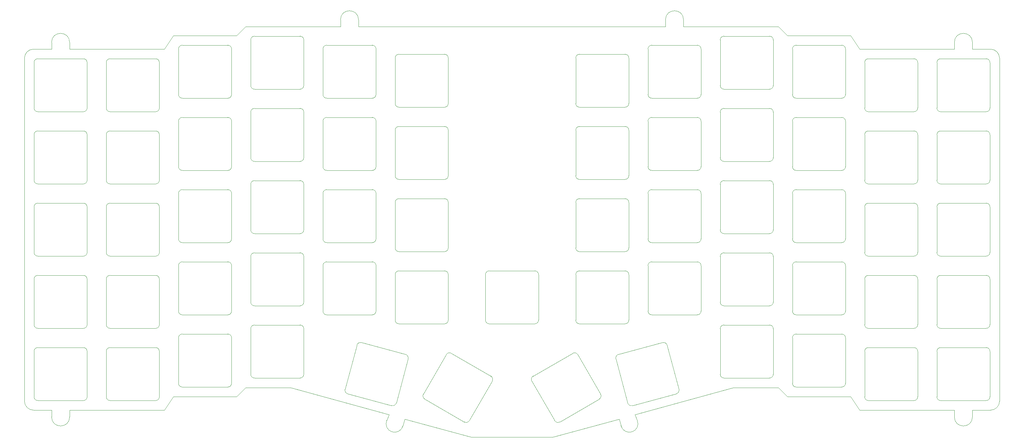
<source format=gbr>
G04 #@! TF.GenerationSoftware,KiCad,Pcbnew,(5.1.4-0)*
G04 #@! TF.CreationDate,2021-10-13T07:08:27-05:00*
G04 #@! TF.ProjectId,niko_top_plate,6e696b6f-5f74-46f7-905f-706c6174652e,rev?*
G04 #@! TF.SameCoordinates,Original*
G04 #@! TF.FileFunction,Profile,NP*
%FSLAX46Y46*%
G04 Gerber Fmt 4.6, Leading zero omitted, Abs format (unit mm)*
G04 Created by KiCad (PCBNEW (5.1.4-0)) date 2021-10-13 07:08:27*
%MOMM*%
%LPD*%
G04 APERTURE LIST*
%ADD10C,0.050000*%
G04 APERTURE END LIST*
D10*
X66676284Y-176212816D02*
G75*
G02X64295032Y-173831564I0J2381252D01*
G01*
X64295032Y-83343988D02*
G75*
G02X66676284Y-80962736I2381252J0D01*
G01*
X319088996Y-80962736D02*
G75*
G02X321470248Y-83343988I0J-2381252D01*
G01*
X321470248Y-173831564D02*
G75*
G02X319088996Y-176212816I-2381252J0D01*
G01*
X164125944Y-180334286D02*
G75*
G02X159843157Y-178891521I-2199196J549798D01*
G01*
X159843156Y-178891520D02*
X160438468Y-177403240D01*
X164125944Y-180334286D02*
X164605652Y-178593864D01*
X225326618Y-177403900D02*
X251221766Y-170259484D01*
X221639958Y-180334274D02*
G75*
G03X225922745Y-178891509I2199196J549798D01*
G01*
X221639958Y-180334274D02*
X221160250Y-178593852D01*
X225922746Y-178891508D02*
X225327434Y-177403228D01*
X203596566Y-183356414D02*
X221159434Y-178594524D01*
X164605652Y-178593864D02*
X182166390Y-183357020D01*
X76200320Y-176212816D02*
X101203550Y-176213240D01*
X66676284Y-176212816D02*
X71438788Y-176212816D01*
X71437800Y-177999187D02*
X71438788Y-176212816D01*
X76200320Y-177999187D02*
G75*
G02X71437800Y-177999187I-2381260J0D01*
G01*
X76200320Y-177999187D02*
X76200320Y-176212816D01*
X134541190Y-170260090D02*
X122634890Y-170260090D01*
X203597730Y-183357020D02*
X182166390Y-183357020D01*
X263129230Y-170260090D02*
X251221766Y-170259484D01*
X309563800Y-176213240D02*
X284560570Y-176213240D01*
X319088996Y-176212816D02*
X314326320Y-176212816D01*
X309563800Y-177998755D02*
X309563800Y-176213240D01*
X314326320Y-177998755D02*
G75*
G02X309563800Y-177998755I-2381260J0D01*
G01*
X314326320Y-177998755D02*
X314326320Y-176212816D01*
X263129230Y-75009690D02*
X238126428Y-75009606D01*
X309563800Y-80962736D02*
X284560570Y-80962840D01*
X319088996Y-80962736D02*
X314326320Y-80962736D01*
X314326320Y-79176793D02*
X314326320Y-80962736D01*
X309563800Y-79176893D02*
G75*
G02X314326320Y-79176893I2381260J0D01*
G01*
X309563800Y-79176797D02*
X309563800Y-80962736D01*
X238126000Y-73223743D02*
X238126428Y-75009606D01*
X233363480Y-73223743D02*
G75*
G02X238126000Y-73223743I2381260J0D01*
G01*
X233363480Y-73223743D02*
X233363480Y-75009606D01*
X152400640Y-75009606D02*
X233363480Y-75009606D01*
X122634890Y-75009690D02*
X147638120Y-75009606D01*
X76201292Y-80962736D02*
X101203550Y-80962840D01*
X66676284Y-80962840D02*
X71438788Y-80962736D01*
X76200320Y-79176893D02*
X76201292Y-80962736D01*
X71437800Y-79176893D02*
G75*
G02X76200320Y-79176893I2381260J0D01*
G01*
X71437800Y-79176893D02*
X71438788Y-80962736D01*
X147638120Y-73223743D02*
X147638120Y-75009606D01*
X152400640Y-73223743D02*
X152400640Y-75009606D01*
X147638120Y-73223743D02*
G75*
G02X152400640Y-73223743I2381260J0D01*
G01*
X103584810Y-77390950D02*
X101203550Y-80962840D01*
X120253630Y-77390950D02*
X103584810Y-77390950D01*
X122634890Y-75009690D02*
X120253630Y-77390950D01*
X265510490Y-77390950D02*
X263129230Y-75009690D01*
X282179310Y-77390950D02*
X265510490Y-77390950D01*
X284560570Y-80962840D02*
X282179310Y-77390950D01*
X321470248Y-173831564D02*
X321470100Y-83343988D01*
X282179310Y-172641350D02*
X284560570Y-176213240D01*
X265510490Y-172641350D02*
X282179310Y-172641350D01*
X263129230Y-170260090D02*
X265510490Y-172641350D01*
X134541190Y-170260090D02*
X160438468Y-177403240D01*
X120253630Y-172641350D02*
X122634890Y-170260090D01*
X103584810Y-172641350D02*
X120253630Y-172641350D01*
X101203550Y-176213240D02*
X103584810Y-172641350D01*
X64295032Y-83343988D02*
X64295032Y-173831564D01*
X185882785Y-140447085D02*
G75*
G02X186882785Y-139447085I1000000J0D01*
G01*
X199882785Y-152447085D02*
G75*
G02X198882785Y-153447085I-1000000J0D01*
G01*
X198882785Y-139447085D02*
G75*
G02X199882785Y-140447085I0J-1000000D01*
G01*
X186882785Y-153447085D02*
G75*
G02X185882785Y-152447085I0J1000000D01*
G01*
X186882785Y-153447085D02*
X198882785Y-153447085D01*
X199882785Y-140447085D02*
X199882785Y-152447085D01*
X186882785Y-139447085D02*
X198882785Y-139447085D01*
X185882785Y-152447085D02*
X185882785Y-140447085D01*
X304945060Y-84487880D02*
G75*
G02X305945060Y-83487880I1000000J0D01*
G01*
X318945060Y-96487880D02*
G75*
G02X317945060Y-97487880I-1000000J0D01*
G01*
X317945060Y-83487880D02*
G75*
G02X318945060Y-84487880I0J-1000000D01*
G01*
X305945060Y-97487880D02*
G75*
G02X304945060Y-96487880I0J1000000D01*
G01*
X305945060Y-97487880D02*
X317945060Y-97487880D01*
X318945060Y-84487880D02*
X318945060Y-96487880D01*
X305945060Y-83487880D02*
X317945060Y-83487880D01*
X304945060Y-96487880D02*
X304945060Y-84487880D01*
X285894980Y-84487880D02*
G75*
G02X286894980Y-83487880I1000000J0D01*
G01*
X299894980Y-96487880D02*
G75*
G02X298894980Y-97487880I-1000000J0D01*
G01*
X298894980Y-83487880D02*
G75*
G02X299894980Y-84487880I0J-1000000D01*
G01*
X286894980Y-97487880D02*
G75*
G02X285894980Y-96487880I0J1000000D01*
G01*
X286894980Y-97487880D02*
X298894980Y-97487880D01*
X299894980Y-84487880D02*
X299894980Y-96487880D01*
X286894980Y-83487880D02*
X298894980Y-83487880D01*
X285894980Y-96487880D02*
X285894980Y-84487880D01*
X266844900Y-80915990D02*
G75*
G02X267844900Y-79915990I1000000J0D01*
G01*
X280844900Y-92915990D02*
G75*
G02X279844900Y-93915990I-1000000J0D01*
G01*
X279844900Y-79915990D02*
G75*
G02X280844900Y-80915990I0J-1000000D01*
G01*
X267844900Y-93915990D02*
G75*
G02X266844900Y-92915990I0J1000000D01*
G01*
X267844900Y-93915990D02*
X279844900Y-93915990D01*
X280844900Y-80915990D02*
X280844900Y-92915990D01*
X267844900Y-79915990D02*
X279844900Y-79915990D01*
X266844900Y-92915990D02*
X266844900Y-80915990D01*
X247794820Y-78534730D02*
G75*
G02X248794820Y-77534730I1000000J0D01*
G01*
X261794820Y-90534730D02*
G75*
G02X260794820Y-91534730I-1000000J0D01*
G01*
X260794820Y-77534730D02*
G75*
G02X261794820Y-78534730I0J-1000000D01*
G01*
X248794820Y-91534730D02*
G75*
G02X247794820Y-90534730I0J1000000D01*
G01*
X248794820Y-91534730D02*
X260794820Y-91534730D01*
X261794820Y-78534730D02*
X261794820Y-90534730D01*
X248794820Y-77534730D02*
X260794820Y-77534730D01*
X247794820Y-90534730D02*
X247794820Y-78534730D01*
X228744740Y-80915990D02*
G75*
G02X229744740Y-79915990I1000000J0D01*
G01*
X242744740Y-92915990D02*
G75*
G02X241744740Y-93915990I-1000000J0D01*
G01*
X241744740Y-79915990D02*
G75*
G02X242744740Y-80915990I0J-1000000D01*
G01*
X229744740Y-93915990D02*
G75*
G02X228744740Y-92915990I0J1000000D01*
G01*
X229744740Y-93915990D02*
X241744740Y-93915990D01*
X242744740Y-80915990D02*
X242744740Y-92915990D01*
X229744740Y-79915990D02*
X241744740Y-79915990D01*
X228744740Y-92915990D02*
X228744740Y-80915990D01*
X209694660Y-83297250D02*
G75*
G02X210694660Y-82297250I1000000J0D01*
G01*
X223694660Y-95297250D02*
G75*
G02X222694660Y-96297250I-1000000J0D01*
G01*
X222694660Y-82297250D02*
G75*
G02X223694660Y-83297250I0J-1000000D01*
G01*
X210694660Y-96297250D02*
G75*
G02X209694660Y-95297250I0J1000000D01*
G01*
X210694660Y-96297250D02*
X222694660Y-96297250D01*
X223694660Y-83297250D02*
X223694660Y-95297250D01*
X210694660Y-82297250D02*
X222694660Y-82297250D01*
X209694660Y-95297250D02*
X209694660Y-83297250D01*
X162069460Y-83297250D02*
G75*
G02X163069460Y-82297250I1000000J0D01*
G01*
X176069460Y-95297250D02*
G75*
G02X175069460Y-96297250I-1000000J0D01*
G01*
X175069460Y-82297250D02*
G75*
G02X176069460Y-83297250I0J-1000000D01*
G01*
X163069460Y-96297250D02*
G75*
G02X162069460Y-95297250I0J1000000D01*
G01*
X163069460Y-96297250D02*
X175069460Y-96297250D01*
X176069460Y-83297250D02*
X176069460Y-95297250D01*
X163069460Y-82297250D02*
X175069460Y-82297250D01*
X162069460Y-95297250D02*
X162069460Y-83297250D01*
X143019380Y-80915990D02*
G75*
G02X144019380Y-79915990I1000000J0D01*
G01*
X157019380Y-92915990D02*
G75*
G02X156019380Y-93915990I-1000000J0D01*
G01*
X156019380Y-79915990D02*
G75*
G02X157019380Y-80915990I0J-1000000D01*
G01*
X144019380Y-93915990D02*
G75*
G02X143019380Y-92915990I0J1000000D01*
G01*
X144019380Y-93915990D02*
X156019380Y-93915990D01*
X157019380Y-80915990D02*
X157019380Y-92915990D01*
X144019380Y-79915990D02*
X156019380Y-79915990D01*
X143019380Y-92915990D02*
X143019380Y-80915990D01*
X123969300Y-78534730D02*
G75*
G02X124969300Y-77534730I1000000J0D01*
G01*
X137969300Y-90534730D02*
G75*
G02X136969300Y-91534730I-1000000J0D01*
G01*
X136969300Y-77534730D02*
G75*
G02X137969300Y-78534730I0J-1000000D01*
G01*
X124969300Y-91534730D02*
G75*
G02X123969300Y-90534730I0J1000000D01*
G01*
X124969300Y-91534730D02*
X136969300Y-91534730D01*
X137969300Y-78534730D02*
X137969300Y-90534730D01*
X124969300Y-77534730D02*
X136969300Y-77534730D01*
X123969300Y-90534730D02*
X123969300Y-78534730D01*
X104919220Y-80915990D02*
G75*
G02X105919220Y-79915990I1000000J0D01*
G01*
X118919220Y-92915990D02*
G75*
G02X117919220Y-93915990I-1000000J0D01*
G01*
X117919220Y-79915990D02*
G75*
G02X118919220Y-80915990I0J-1000000D01*
G01*
X105919220Y-93915990D02*
G75*
G02X104919220Y-92915990I0J1000000D01*
G01*
X105919220Y-93915990D02*
X117919220Y-93915990D01*
X118919220Y-80915990D02*
X118919220Y-92915990D01*
X105919220Y-79915990D02*
X117919220Y-79915990D01*
X104919220Y-92915990D02*
X104919220Y-80915990D01*
X85869140Y-84487880D02*
G75*
G02X86869140Y-83487880I1000000J0D01*
G01*
X99869140Y-96487880D02*
G75*
G02X98869140Y-97487880I-1000000J0D01*
G01*
X98869140Y-83487880D02*
G75*
G02X99869140Y-84487880I0J-1000000D01*
G01*
X86869140Y-97487880D02*
G75*
G02X85869140Y-96487880I0J1000000D01*
G01*
X86869140Y-97487880D02*
X98869140Y-97487880D01*
X99869140Y-84487880D02*
X99869140Y-96487880D01*
X86869140Y-83487880D02*
X98869140Y-83487880D01*
X85869140Y-96487880D02*
X85869140Y-84487880D01*
X66819060Y-84487880D02*
G75*
G02X67819060Y-83487880I1000000J0D01*
G01*
X80819060Y-96487880D02*
G75*
G02X79819060Y-97487880I-1000000J0D01*
G01*
X79819060Y-83487880D02*
G75*
G02X80819060Y-84487880I0J-1000000D01*
G01*
X67819060Y-97487880D02*
G75*
G02X66819060Y-96487880I0J1000000D01*
G01*
X67819060Y-97487880D02*
X79819060Y-97487880D01*
X80819060Y-84487880D02*
X80819060Y-96487880D01*
X67819060Y-83487880D02*
X79819060Y-83487880D01*
X66819060Y-96487880D02*
X66819060Y-84487880D01*
X248794820Y-167735050D02*
X260794820Y-167735050D01*
X261794820Y-154735050D02*
X261794820Y-166735050D01*
X248794820Y-153735050D02*
X260794820Y-153735050D01*
X247794820Y-166735050D02*
X247794820Y-154735050D01*
X247794820Y-154735050D02*
G75*
G02X248794820Y-153735050I1000000J0D01*
G01*
X261794820Y-166735050D02*
G75*
G02X260794820Y-167735050I-1000000J0D01*
G01*
X260794820Y-153735050D02*
G75*
G02X261794820Y-154735050I0J-1000000D01*
G01*
X248794820Y-167735050D02*
G75*
G02X247794820Y-166735050I0J1000000D01*
G01*
X67819060Y-116537960D02*
X79819060Y-116537960D01*
X80819060Y-103537960D02*
X80819060Y-115537960D01*
X67819060Y-102537960D02*
X79819060Y-102537960D01*
X66819060Y-115537960D02*
X66819060Y-103537960D01*
X66819060Y-103537960D02*
G75*
G02X67819060Y-102537960I1000000J0D01*
G01*
X80819060Y-115537960D02*
G75*
G02X79819060Y-116537960I-1000000J0D01*
G01*
X79819060Y-102537960D02*
G75*
G02X80819060Y-103537960I0J-1000000D01*
G01*
X67819060Y-116537960D02*
G75*
G02X66819060Y-115537960I0J1000000D01*
G01*
X305945060Y-173688200D02*
X317945060Y-173688200D01*
X318945060Y-160688200D02*
X318945060Y-172688200D01*
X305945060Y-159688200D02*
X317945060Y-159688200D01*
X304945060Y-172688200D02*
X304945060Y-160688200D01*
X304945060Y-160688200D02*
G75*
G02X305945060Y-159688200I1000000J0D01*
G01*
X318945060Y-172688200D02*
G75*
G02X317945060Y-173688200I-1000000J0D01*
G01*
X317945060Y-159688200D02*
G75*
G02X318945060Y-160688200I0J-1000000D01*
G01*
X305945060Y-173688200D02*
G75*
G02X304945060Y-172688200I0J1000000D01*
G01*
X286894980Y-173691500D02*
X298894980Y-173691500D01*
X299894980Y-160691500D02*
X299894980Y-172691500D01*
X286894980Y-159691500D02*
X298894980Y-159691500D01*
X285894980Y-172691500D02*
X285894980Y-160691500D01*
X285894980Y-160691500D02*
G75*
G02X286894980Y-159691500I1000000J0D01*
G01*
X299894980Y-172691500D02*
G75*
G02X298894980Y-173691500I-1000000J0D01*
G01*
X298894980Y-159691500D02*
G75*
G02X299894980Y-160691500I0J-1000000D01*
G01*
X286894980Y-173691500D02*
G75*
G02X285894980Y-172691500I0J1000000D01*
G01*
X267844900Y-170116310D02*
X279844900Y-170116310D01*
X280844900Y-157116310D02*
X280844900Y-169116310D01*
X267844900Y-156116310D02*
X279844900Y-156116310D01*
X266844900Y-169116310D02*
X266844900Y-157116310D01*
X266844900Y-157116310D02*
G75*
G02X267844900Y-156116310I1000000J0D01*
G01*
X280844900Y-169116310D02*
G75*
G02X279844900Y-170116310I-1000000J0D01*
G01*
X279844900Y-156116310D02*
G75*
G02X280844900Y-157116310I0J-1000000D01*
G01*
X267844900Y-170116310D02*
G75*
G02X266844900Y-169116310I0J1000000D01*
G01*
X232584782Y-158373805D02*
X220993672Y-161479633D01*
X223392393Y-174295488D02*
X220286565Y-162704378D01*
X236208248Y-171896767D02*
X224617138Y-175002595D01*
X233809527Y-159080912D02*
X236915355Y-170672022D01*
X236915355Y-170672022D02*
G75*
G02X236208248Y-171896767I-965926J-258819D01*
G01*
X220286565Y-162704378D02*
G75*
G02X220993672Y-161479633I965926J258819D01*
G01*
X224617138Y-175002595D02*
G75*
G02X223392393Y-174295488I-258819J965926D01*
G01*
X232584782Y-158373805D02*
G75*
G02X233809527Y-159080912I258819J-965926D01*
G01*
X208865772Y-161197912D02*
X198473468Y-167197912D01*
X204107442Y-178956242D02*
X198107442Y-168563938D01*
X215865772Y-173322268D02*
X205473468Y-179322268D01*
X210231798Y-161563938D02*
X216231798Y-171956242D01*
X216231798Y-171956242D02*
G75*
G02X215865772Y-173322268I-866026J-500000D01*
G01*
X198107442Y-168563938D02*
G75*
G02X198473468Y-167197912I866026J500000D01*
G01*
X205473468Y-179322268D02*
G75*
G02X204107442Y-178956242I-500000J866026D01*
G01*
X208865772Y-161197912D02*
G75*
G02X210231798Y-161563938I500000J-866026D01*
G01*
X187290652Y-167197912D02*
X176898348Y-161197912D01*
X169532322Y-171956242D02*
X175532322Y-161563938D01*
X180290652Y-179322268D02*
X169898348Y-173322268D01*
X187656678Y-168563938D02*
X181656678Y-178956242D01*
X181656678Y-178956242D02*
G75*
G02X180290652Y-179322268I-866026J500000D01*
G01*
X175532322Y-161563938D02*
G75*
G02X176898348Y-161197912I866026J-500000D01*
G01*
X169898348Y-173322268D02*
G75*
G02X169532322Y-171956242I500000J866026D01*
G01*
X187290652Y-167197912D02*
G75*
G02X187656678Y-168563938I-500000J-866026D01*
G01*
X164770448Y-161479633D02*
X153179338Y-158373805D01*
X148848765Y-170672022D02*
X151954593Y-159080912D01*
X161146982Y-175002595D02*
X149555872Y-171896767D01*
X165477555Y-162704378D02*
X162371727Y-174295488D01*
X162371727Y-174295488D02*
G75*
G02X161146982Y-175002595I-965926J258819D01*
G01*
X151954593Y-159080912D02*
G75*
G02X153179338Y-158373805I965926J-258819D01*
G01*
X149555872Y-171896767D02*
G75*
G02X148848765Y-170672022I258819J965926D01*
G01*
X164770448Y-161479633D02*
G75*
G02X165477555Y-162704378I-258819J-965926D01*
G01*
X124969300Y-167735050D02*
X136969300Y-167735050D01*
X137969300Y-154735050D02*
X137969300Y-166735050D01*
X124969300Y-153735050D02*
X136969300Y-153735050D01*
X123969300Y-166735050D02*
X123969300Y-154735050D01*
X123969300Y-154735050D02*
G75*
G02X124969300Y-153735050I1000000J0D01*
G01*
X137969300Y-166735050D02*
G75*
G02X136969300Y-167735050I-1000000J0D01*
G01*
X136969300Y-153735050D02*
G75*
G02X137969300Y-154735050I0J-1000000D01*
G01*
X124969300Y-167735050D02*
G75*
G02X123969300Y-166735050I0J1000000D01*
G01*
X105919220Y-170116310D02*
X117919220Y-170116310D01*
X118919220Y-157116310D02*
X118919220Y-169116310D01*
X105919220Y-156116310D02*
X117919220Y-156116310D01*
X104919220Y-169116310D02*
X104919220Y-157116310D01*
X104919220Y-157116310D02*
G75*
G02X105919220Y-156116310I1000000J0D01*
G01*
X118919220Y-169116310D02*
G75*
G02X117919220Y-170116310I-1000000J0D01*
G01*
X117919220Y-156116310D02*
G75*
G02X118919220Y-157116310I0J-1000000D01*
G01*
X105919220Y-170116310D02*
G75*
G02X104919220Y-169116310I0J1000000D01*
G01*
X86869140Y-173688200D02*
X98869140Y-173688200D01*
X99869140Y-160688200D02*
X99869140Y-172688200D01*
X86869140Y-159688200D02*
X98869140Y-159688200D01*
X85869140Y-172688200D02*
X85869140Y-160688200D01*
X85869140Y-160688200D02*
G75*
G02X86869140Y-159688200I1000000J0D01*
G01*
X99869140Y-172688200D02*
G75*
G02X98869140Y-173688200I-1000000J0D01*
G01*
X98869140Y-159688200D02*
G75*
G02X99869140Y-160688200I0J-1000000D01*
G01*
X86869140Y-173688200D02*
G75*
G02X85869140Y-172688200I0J1000000D01*
G01*
X67819060Y-173688200D02*
X79819060Y-173688200D01*
X80819060Y-160688200D02*
X80819060Y-172688200D01*
X67819060Y-159688200D02*
X79819060Y-159688200D01*
X66819060Y-172688200D02*
X66819060Y-160688200D01*
X66819060Y-160688200D02*
G75*
G02X67819060Y-159688200I1000000J0D01*
G01*
X80819060Y-172688200D02*
G75*
G02X79819060Y-173688200I-1000000J0D01*
G01*
X79819060Y-159688200D02*
G75*
G02X80819060Y-160688200I0J-1000000D01*
G01*
X67819060Y-173688200D02*
G75*
G02X66819060Y-172688200I0J1000000D01*
G01*
X305945060Y-154638120D02*
X317945060Y-154638120D01*
X318945060Y-141638120D02*
X318945060Y-153638120D01*
X305945060Y-140638120D02*
X317945060Y-140638120D01*
X304945060Y-153638120D02*
X304945060Y-141638120D01*
X304945060Y-141638120D02*
G75*
G02X305945060Y-140638120I1000000J0D01*
G01*
X318945060Y-153638120D02*
G75*
G02X317945060Y-154638120I-1000000J0D01*
G01*
X317945060Y-140638120D02*
G75*
G02X318945060Y-141638120I0J-1000000D01*
G01*
X305945060Y-154638120D02*
G75*
G02X304945060Y-153638120I0J1000000D01*
G01*
X286894980Y-154638120D02*
X298894980Y-154638120D01*
X299894980Y-141638120D02*
X299894980Y-153638120D01*
X286894980Y-140638120D02*
X298894980Y-140638120D01*
X285894980Y-153638120D02*
X285894980Y-141638120D01*
X285894980Y-141638120D02*
G75*
G02X286894980Y-140638120I1000000J0D01*
G01*
X299894980Y-153638120D02*
G75*
G02X298894980Y-154638120I-1000000J0D01*
G01*
X298894980Y-140638120D02*
G75*
G02X299894980Y-141638120I0J-1000000D01*
G01*
X286894980Y-154638120D02*
G75*
G02X285894980Y-153638120I0J1000000D01*
G01*
X267844900Y-151066230D02*
X279844900Y-151066230D01*
X280844900Y-138066230D02*
X280844900Y-150066230D01*
X267844900Y-137066230D02*
X279844900Y-137066230D01*
X266844900Y-150066230D02*
X266844900Y-138066230D01*
X266844900Y-138066230D02*
G75*
G02X267844900Y-137066230I1000000J0D01*
G01*
X280844900Y-150066230D02*
G75*
G02X279844900Y-151066230I-1000000J0D01*
G01*
X279844900Y-137066230D02*
G75*
G02X280844900Y-138066230I0J-1000000D01*
G01*
X267844900Y-151066230D02*
G75*
G02X266844900Y-150066230I0J1000000D01*
G01*
X248794820Y-148684970D02*
X260794820Y-148684970D01*
X261794820Y-135684970D02*
X261794820Y-147684970D01*
X248794820Y-134684970D02*
X260794820Y-134684970D01*
X247794820Y-147684970D02*
X247794820Y-135684970D01*
X247794820Y-135684970D02*
G75*
G02X248794820Y-134684970I1000000J0D01*
G01*
X261794820Y-147684970D02*
G75*
G02X260794820Y-148684970I-1000000J0D01*
G01*
X260794820Y-134684970D02*
G75*
G02X261794820Y-135684970I0J-1000000D01*
G01*
X248794820Y-148684970D02*
G75*
G02X247794820Y-147684970I0J1000000D01*
G01*
X229744740Y-151066230D02*
X241744740Y-151066230D01*
X242744740Y-138066230D02*
X242744740Y-150066230D01*
X229744740Y-137066230D02*
X241744740Y-137066230D01*
X228744740Y-150066230D02*
X228744740Y-138066230D01*
X228744740Y-138066230D02*
G75*
G02X229744740Y-137066230I1000000J0D01*
G01*
X242744740Y-150066230D02*
G75*
G02X241744740Y-151066230I-1000000J0D01*
G01*
X241744740Y-137066230D02*
G75*
G02X242744740Y-138066230I0J-1000000D01*
G01*
X229744740Y-151066230D02*
G75*
G02X228744740Y-150066230I0J1000000D01*
G01*
X210694660Y-153447490D02*
X222694660Y-153447490D01*
X223694660Y-140447490D02*
X223694660Y-152447490D01*
X210694660Y-139447490D02*
X222694660Y-139447490D01*
X209694660Y-152447490D02*
X209694660Y-140447490D01*
X209694660Y-140447490D02*
G75*
G02X210694660Y-139447490I1000000J0D01*
G01*
X223694660Y-152447490D02*
G75*
G02X222694660Y-153447490I-1000000J0D01*
G01*
X222694660Y-139447490D02*
G75*
G02X223694660Y-140447490I0J-1000000D01*
G01*
X210694660Y-153447490D02*
G75*
G02X209694660Y-152447490I0J1000000D01*
G01*
X163069460Y-153447490D02*
X175069460Y-153447490D01*
X176069460Y-140447490D02*
X176069460Y-152447490D01*
X163069460Y-139447490D02*
X175069460Y-139447490D01*
X162069460Y-152447490D02*
X162069460Y-140447490D01*
X162069460Y-140447490D02*
G75*
G02X163069460Y-139447490I1000000J0D01*
G01*
X176069460Y-152447490D02*
G75*
G02X175069460Y-153447490I-1000000J0D01*
G01*
X175069460Y-139447490D02*
G75*
G02X176069460Y-140447490I0J-1000000D01*
G01*
X163069460Y-153447490D02*
G75*
G02X162069460Y-152447490I0J1000000D01*
G01*
X144019380Y-151066230D02*
X156019380Y-151066230D01*
X157019380Y-138066230D02*
X157019380Y-150066230D01*
X144019380Y-137066230D02*
X156019380Y-137066230D01*
X143019380Y-150066230D02*
X143019380Y-138066230D01*
X143019380Y-138066230D02*
G75*
G02X144019380Y-137066230I1000000J0D01*
G01*
X157019380Y-150066230D02*
G75*
G02X156019380Y-151066230I-1000000J0D01*
G01*
X156019380Y-137066230D02*
G75*
G02X157019380Y-138066230I0J-1000000D01*
G01*
X144019380Y-151066230D02*
G75*
G02X143019380Y-150066230I0J1000000D01*
G01*
X124969300Y-148684970D02*
X136969300Y-148684970D01*
X137969300Y-135684970D02*
X137969300Y-147684970D01*
X124969300Y-134684970D02*
X136969300Y-134684970D01*
X123969300Y-147684970D02*
X123969300Y-135684970D01*
X123969300Y-135684970D02*
G75*
G02X124969300Y-134684970I1000000J0D01*
G01*
X137969300Y-147684970D02*
G75*
G02X136969300Y-148684970I-1000000J0D01*
G01*
X136969300Y-134684970D02*
G75*
G02X137969300Y-135684970I0J-1000000D01*
G01*
X124969300Y-148684970D02*
G75*
G02X123969300Y-147684970I0J1000000D01*
G01*
X105919220Y-151066230D02*
X117919220Y-151066230D01*
X118919220Y-138066230D02*
X118919220Y-150066230D01*
X105919220Y-137066230D02*
X117919220Y-137066230D01*
X104919220Y-150066230D02*
X104919220Y-138066230D01*
X104919220Y-138066230D02*
G75*
G02X105919220Y-137066230I1000000J0D01*
G01*
X118919220Y-150066230D02*
G75*
G02X117919220Y-151066230I-1000000J0D01*
G01*
X117919220Y-137066230D02*
G75*
G02X118919220Y-138066230I0J-1000000D01*
G01*
X105919220Y-151066230D02*
G75*
G02X104919220Y-150066230I0J1000000D01*
G01*
X86869140Y-154638120D02*
X98869140Y-154638120D01*
X99869140Y-141638120D02*
X99869140Y-153638120D01*
X86869140Y-140638120D02*
X98869140Y-140638120D01*
X85869140Y-153638120D02*
X85869140Y-141638120D01*
X85869140Y-141638120D02*
G75*
G02X86869140Y-140638120I1000000J0D01*
G01*
X99869140Y-153638120D02*
G75*
G02X98869140Y-154638120I-1000000J0D01*
G01*
X98869140Y-140638120D02*
G75*
G02X99869140Y-141638120I0J-1000000D01*
G01*
X86869140Y-154638120D02*
G75*
G02X85869140Y-153638120I0J1000000D01*
G01*
X67819060Y-154638120D02*
X79819060Y-154638120D01*
X80819060Y-141638120D02*
X80819060Y-153638120D01*
X67819060Y-140638120D02*
X79819060Y-140638120D01*
X66819060Y-153638120D02*
X66819060Y-141638120D01*
X66819060Y-141638120D02*
G75*
G02X67819060Y-140638120I1000000J0D01*
G01*
X80819060Y-153638120D02*
G75*
G02X79819060Y-154638120I-1000000J0D01*
G01*
X79819060Y-140638120D02*
G75*
G02X80819060Y-141638120I0J-1000000D01*
G01*
X67819060Y-154638120D02*
G75*
G02X66819060Y-153638120I0J1000000D01*
G01*
X305945060Y-135588040D02*
X317945060Y-135588040D01*
X318945060Y-122588040D02*
X318945060Y-134588040D01*
X305945060Y-121588040D02*
X317945060Y-121588040D01*
X304945060Y-134588040D02*
X304945060Y-122588040D01*
X304945060Y-122588040D02*
G75*
G02X305945060Y-121588040I1000000J0D01*
G01*
X318945060Y-134588040D02*
G75*
G02X317945060Y-135588040I-1000000J0D01*
G01*
X317945060Y-121588040D02*
G75*
G02X318945060Y-122588040I0J-1000000D01*
G01*
X305945060Y-135588040D02*
G75*
G02X304945060Y-134588040I0J1000000D01*
G01*
X286894980Y-135588040D02*
X298894980Y-135588040D01*
X299894980Y-122588040D02*
X299894980Y-134588040D01*
X286894980Y-121588040D02*
X298894980Y-121588040D01*
X285894980Y-134588040D02*
X285894980Y-122588040D01*
X285894980Y-122588040D02*
G75*
G02X286894980Y-121588040I1000000J0D01*
G01*
X299894980Y-134588040D02*
G75*
G02X298894980Y-135588040I-1000000J0D01*
G01*
X298894980Y-121588040D02*
G75*
G02X299894980Y-122588040I0J-1000000D01*
G01*
X286894980Y-135588040D02*
G75*
G02X285894980Y-134588040I0J1000000D01*
G01*
X267844900Y-132016150D02*
X279844900Y-132016150D01*
X280844900Y-119016150D02*
X280844900Y-131016150D01*
X267844900Y-118016150D02*
X279844900Y-118016150D01*
X266844900Y-131016150D02*
X266844900Y-119016150D01*
X266844900Y-119016150D02*
G75*
G02X267844900Y-118016150I1000000J0D01*
G01*
X280844900Y-131016150D02*
G75*
G02X279844900Y-132016150I-1000000J0D01*
G01*
X279844900Y-118016150D02*
G75*
G02X280844900Y-119016150I0J-1000000D01*
G01*
X267844900Y-132016150D02*
G75*
G02X266844900Y-131016150I0J1000000D01*
G01*
X248794820Y-129634890D02*
X260794820Y-129634890D01*
X261794820Y-116634890D02*
X261794820Y-128634890D01*
X248794820Y-115634890D02*
X260794820Y-115634890D01*
X247794820Y-128634890D02*
X247794820Y-116634890D01*
X247794820Y-116634890D02*
G75*
G02X248794820Y-115634890I1000000J0D01*
G01*
X261794820Y-128634890D02*
G75*
G02X260794820Y-129634890I-1000000J0D01*
G01*
X260794820Y-115634890D02*
G75*
G02X261794820Y-116634890I0J-1000000D01*
G01*
X248794820Y-129634890D02*
G75*
G02X247794820Y-128634890I0J1000000D01*
G01*
X229744740Y-132016150D02*
X241744740Y-132016150D01*
X242744740Y-119016150D02*
X242744740Y-131016150D01*
X229744740Y-118016150D02*
X241744740Y-118016150D01*
X228744740Y-131016150D02*
X228744740Y-119016150D01*
X228744740Y-119016150D02*
G75*
G02X229744740Y-118016150I1000000J0D01*
G01*
X242744740Y-131016150D02*
G75*
G02X241744740Y-132016150I-1000000J0D01*
G01*
X241744740Y-118016150D02*
G75*
G02X242744740Y-119016150I0J-1000000D01*
G01*
X229744740Y-132016150D02*
G75*
G02X228744740Y-131016150I0J1000000D01*
G01*
X210694660Y-134397410D02*
X222694660Y-134397410D01*
X223694660Y-121397410D02*
X223694660Y-133397410D01*
X210694660Y-120397410D02*
X222694660Y-120397410D01*
X209694660Y-133397410D02*
X209694660Y-121397410D01*
X209694660Y-121397410D02*
G75*
G02X210694660Y-120397410I1000000J0D01*
G01*
X223694660Y-133397410D02*
G75*
G02X222694660Y-134397410I-1000000J0D01*
G01*
X222694660Y-120397410D02*
G75*
G02X223694660Y-121397410I0J-1000000D01*
G01*
X210694660Y-134397410D02*
G75*
G02X209694660Y-133397410I0J1000000D01*
G01*
X163069460Y-134397410D02*
X175069460Y-134397410D01*
X176069460Y-121397410D02*
X176069460Y-133397410D01*
X163069460Y-120397410D02*
X175069460Y-120397410D01*
X162069460Y-133397410D02*
X162069460Y-121397410D01*
X162069460Y-121397410D02*
G75*
G02X163069460Y-120397410I1000000J0D01*
G01*
X176069460Y-133397410D02*
G75*
G02X175069460Y-134397410I-1000000J0D01*
G01*
X175069460Y-120397410D02*
G75*
G02X176069460Y-121397410I0J-1000000D01*
G01*
X163069460Y-134397410D02*
G75*
G02X162069460Y-133397410I0J1000000D01*
G01*
X144019380Y-132016150D02*
X156019380Y-132016150D01*
X157019380Y-119016150D02*
X157019380Y-131016150D01*
X144019380Y-118016150D02*
X156019380Y-118016150D01*
X143019380Y-131016150D02*
X143019380Y-119016150D01*
X143019380Y-119016150D02*
G75*
G02X144019380Y-118016150I1000000J0D01*
G01*
X157019380Y-131016150D02*
G75*
G02X156019380Y-132016150I-1000000J0D01*
G01*
X156019380Y-118016150D02*
G75*
G02X157019380Y-119016150I0J-1000000D01*
G01*
X144019380Y-132016150D02*
G75*
G02X143019380Y-131016150I0J1000000D01*
G01*
X124969300Y-129634890D02*
X136969300Y-129634890D01*
X137969300Y-116634890D02*
X137969300Y-128634890D01*
X124969300Y-115634890D02*
X136969300Y-115634890D01*
X123969300Y-128634890D02*
X123969300Y-116634890D01*
X123969300Y-116634890D02*
G75*
G02X124969300Y-115634890I1000000J0D01*
G01*
X137969300Y-128634890D02*
G75*
G02X136969300Y-129634890I-1000000J0D01*
G01*
X136969300Y-115634890D02*
G75*
G02X137969300Y-116634890I0J-1000000D01*
G01*
X124969300Y-129634890D02*
G75*
G02X123969300Y-128634890I0J1000000D01*
G01*
X105919220Y-132016150D02*
X117919220Y-132016150D01*
X118919220Y-119016150D02*
X118919220Y-131016150D01*
X105919220Y-118016150D02*
X117919220Y-118016150D01*
X104919220Y-131016150D02*
X104919220Y-119016150D01*
X104919220Y-119016150D02*
G75*
G02X105919220Y-118016150I1000000J0D01*
G01*
X118919220Y-131016150D02*
G75*
G02X117919220Y-132016150I-1000000J0D01*
G01*
X117919220Y-118016150D02*
G75*
G02X118919220Y-119016150I0J-1000000D01*
G01*
X105919220Y-132016150D02*
G75*
G02X104919220Y-131016150I0J1000000D01*
G01*
X86869140Y-135588040D02*
X98869140Y-135588040D01*
X99869140Y-122588040D02*
X99869140Y-134588040D01*
X86869140Y-121588040D02*
X98869140Y-121588040D01*
X85869140Y-134588040D02*
X85869140Y-122588040D01*
X85869140Y-122588040D02*
G75*
G02X86869140Y-121588040I1000000J0D01*
G01*
X99869140Y-134588040D02*
G75*
G02X98869140Y-135588040I-1000000J0D01*
G01*
X98869140Y-121588040D02*
G75*
G02X99869140Y-122588040I0J-1000000D01*
G01*
X86869140Y-135588040D02*
G75*
G02X85869140Y-134588040I0J1000000D01*
G01*
X67819060Y-135588040D02*
X79819060Y-135588040D01*
X80819060Y-122588040D02*
X80819060Y-134588040D01*
X67819060Y-121588040D02*
X79819060Y-121588040D01*
X66819060Y-134588040D02*
X66819060Y-122588040D01*
X66819060Y-122588040D02*
G75*
G02X67819060Y-121588040I1000000J0D01*
G01*
X80819060Y-134588040D02*
G75*
G02X79819060Y-135588040I-1000000J0D01*
G01*
X79819060Y-121588040D02*
G75*
G02X80819060Y-122588040I0J-1000000D01*
G01*
X67819060Y-135588040D02*
G75*
G02X66819060Y-134588040I0J1000000D01*
G01*
X305945060Y-116537960D02*
X317945060Y-116537960D01*
X318945060Y-103537960D02*
X318945060Y-115537960D01*
X305945060Y-102537960D02*
X317945060Y-102537960D01*
X304945060Y-115537960D02*
X304945060Y-103537960D01*
X304945060Y-103537960D02*
G75*
G02X305945060Y-102537960I1000000J0D01*
G01*
X318945060Y-115537960D02*
G75*
G02X317945060Y-116537960I-1000000J0D01*
G01*
X317945060Y-102537960D02*
G75*
G02X318945060Y-103537960I0J-1000000D01*
G01*
X305945060Y-116537960D02*
G75*
G02X304945060Y-115537960I0J1000000D01*
G01*
X286894980Y-116537960D02*
X298894980Y-116537960D01*
X299894980Y-103537960D02*
X299894980Y-115537960D01*
X286894980Y-102537960D02*
X298894980Y-102537960D01*
X285894980Y-115537960D02*
X285894980Y-103537960D01*
X285894980Y-103537960D02*
G75*
G02X286894980Y-102537960I1000000J0D01*
G01*
X299894980Y-115537960D02*
G75*
G02X298894980Y-116537960I-1000000J0D01*
G01*
X298894980Y-102537960D02*
G75*
G02X299894980Y-103537960I0J-1000000D01*
G01*
X286894980Y-116537960D02*
G75*
G02X285894980Y-115537960I0J1000000D01*
G01*
X267844900Y-112966070D02*
X279844900Y-112966070D01*
X280844900Y-99966070D02*
X280844900Y-111966070D01*
X267844900Y-98966070D02*
X279844900Y-98966070D01*
X266844900Y-111966070D02*
X266844900Y-99966070D01*
X266844900Y-99966070D02*
G75*
G02X267844900Y-98966070I1000000J0D01*
G01*
X280844900Y-111966070D02*
G75*
G02X279844900Y-112966070I-1000000J0D01*
G01*
X279844900Y-98966070D02*
G75*
G02X280844900Y-99966070I0J-1000000D01*
G01*
X267844900Y-112966070D02*
G75*
G02X266844900Y-111966070I0J1000000D01*
G01*
X248794820Y-110584810D02*
X260794820Y-110584810D01*
X261794820Y-97584810D02*
X261794820Y-109584810D01*
X248794820Y-96584810D02*
X260794820Y-96584810D01*
X247794820Y-109584810D02*
X247794820Y-97584810D01*
X247794820Y-97584810D02*
G75*
G02X248794820Y-96584810I1000000J0D01*
G01*
X261794820Y-109584810D02*
G75*
G02X260794820Y-110584810I-1000000J0D01*
G01*
X260794820Y-96584810D02*
G75*
G02X261794820Y-97584810I0J-1000000D01*
G01*
X248794820Y-110584810D02*
G75*
G02X247794820Y-109584810I0J1000000D01*
G01*
X229744740Y-112966070D02*
X241744740Y-112966070D01*
X242744740Y-99966070D02*
X242744740Y-111966070D01*
X229744740Y-98966070D02*
X241744740Y-98966070D01*
X228744740Y-111966070D02*
X228744740Y-99966070D01*
X228744740Y-99966070D02*
G75*
G02X229744740Y-98966070I1000000J0D01*
G01*
X242744740Y-111966070D02*
G75*
G02X241744740Y-112966070I-1000000J0D01*
G01*
X241744740Y-98966070D02*
G75*
G02X242744740Y-99966070I0J-1000000D01*
G01*
X229744740Y-112966070D02*
G75*
G02X228744740Y-111966070I0J1000000D01*
G01*
X210694660Y-115347330D02*
X222694660Y-115347330D01*
X223694660Y-102347330D02*
X223694660Y-114347330D01*
X210694660Y-101347330D02*
X222694660Y-101347330D01*
X209694660Y-114347330D02*
X209694660Y-102347330D01*
X209694660Y-102347330D02*
G75*
G02X210694660Y-101347330I1000000J0D01*
G01*
X223694660Y-114347330D02*
G75*
G02X222694660Y-115347330I-1000000J0D01*
G01*
X222694660Y-101347330D02*
G75*
G02X223694660Y-102347330I0J-1000000D01*
G01*
X210694660Y-115347330D02*
G75*
G02X209694660Y-114347330I0J1000000D01*
G01*
X163069460Y-115347330D02*
X175069460Y-115347330D01*
X176069460Y-102347330D02*
X176069460Y-114347330D01*
X163069460Y-101347330D02*
X175069460Y-101347330D01*
X162069460Y-114347330D02*
X162069460Y-102347330D01*
X162069460Y-102347330D02*
G75*
G02X163069460Y-101347330I1000000J0D01*
G01*
X176069460Y-114347330D02*
G75*
G02X175069460Y-115347330I-1000000J0D01*
G01*
X175069460Y-101347330D02*
G75*
G02X176069460Y-102347330I0J-1000000D01*
G01*
X163069460Y-115347330D02*
G75*
G02X162069460Y-114347330I0J1000000D01*
G01*
X144019380Y-112966070D02*
X156019380Y-112966070D01*
X157019380Y-99966070D02*
X157019380Y-111966070D01*
X144019380Y-98966070D02*
X156019380Y-98966070D01*
X143019380Y-111966070D02*
X143019380Y-99966070D01*
X143019380Y-99966070D02*
G75*
G02X144019380Y-98966070I1000000J0D01*
G01*
X157019380Y-111966070D02*
G75*
G02X156019380Y-112966070I-1000000J0D01*
G01*
X156019380Y-98966070D02*
G75*
G02X157019380Y-99966070I0J-1000000D01*
G01*
X144019380Y-112966070D02*
G75*
G02X143019380Y-111966070I0J1000000D01*
G01*
X124969300Y-110584810D02*
X136969300Y-110584810D01*
X137969300Y-97584810D02*
X137969300Y-109584810D01*
X124969300Y-96584810D02*
X136969300Y-96584810D01*
X123969300Y-109584810D02*
X123969300Y-97584810D01*
X123969300Y-97584810D02*
G75*
G02X124969300Y-96584810I1000000J0D01*
G01*
X137969300Y-109584810D02*
G75*
G02X136969300Y-110584810I-1000000J0D01*
G01*
X136969300Y-96584810D02*
G75*
G02X137969300Y-97584810I0J-1000000D01*
G01*
X124969300Y-110584810D02*
G75*
G02X123969300Y-109584810I0J1000000D01*
G01*
X105919220Y-112966070D02*
X117919220Y-112966070D01*
X118919220Y-99966070D02*
X118919220Y-111966070D01*
X105919220Y-98966070D02*
X117919220Y-98966070D01*
X104919220Y-111966070D02*
X104919220Y-99966070D01*
X104919220Y-99966070D02*
G75*
G02X105919220Y-98966070I1000000J0D01*
G01*
X118919220Y-111966070D02*
G75*
G02X117919220Y-112966070I-1000000J0D01*
G01*
X117919220Y-98966070D02*
G75*
G02X118919220Y-99966070I0J-1000000D01*
G01*
X105919220Y-112966070D02*
G75*
G02X104919220Y-111966070I0J1000000D01*
G01*
X86869140Y-116537960D02*
X98869140Y-116537960D01*
X99869140Y-103537960D02*
X99869140Y-115537960D01*
X86869140Y-102537960D02*
X98869140Y-102537960D01*
X85869140Y-115537960D02*
X85869140Y-103537960D01*
X85869140Y-103537960D02*
G75*
G02X86869140Y-102537960I1000000J0D01*
G01*
X99869140Y-115537960D02*
G75*
G02X98869140Y-116537960I-1000000J0D01*
G01*
X98869140Y-102537960D02*
G75*
G02X99869140Y-103537960I0J-1000000D01*
G01*
X86869140Y-116537960D02*
G75*
G02X85869140Y-115537960I0J1000000D01*
G01*
M02*

</source>
